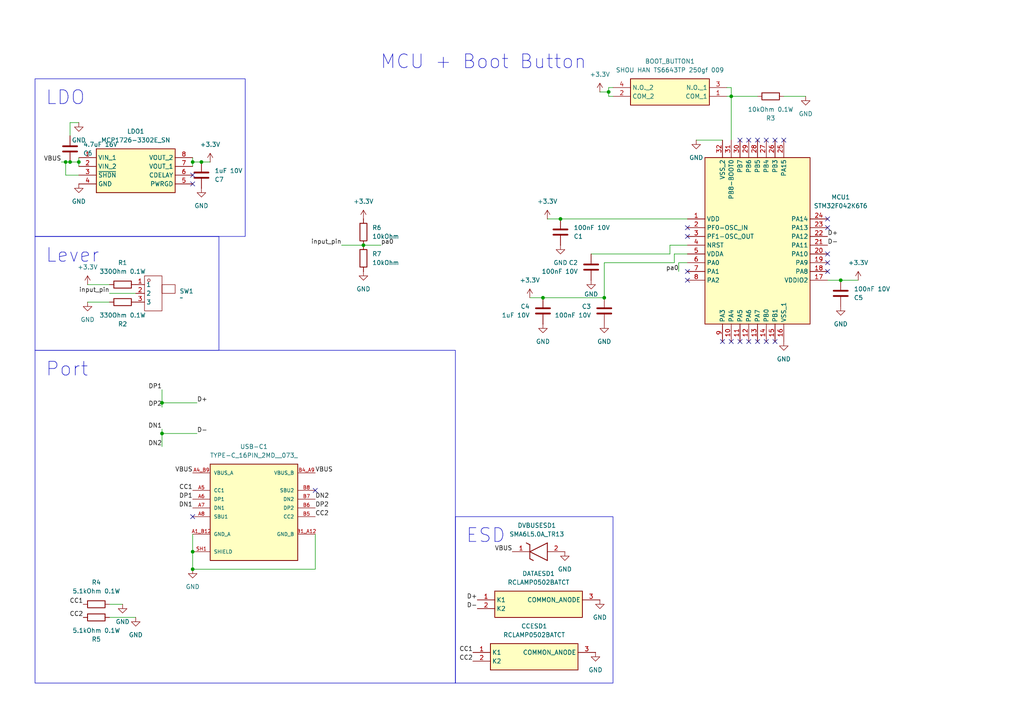
<source format=kicad_sch>
(kicad_sch (version 20231120) (generator "eeschema") (generator_version "8.0")
  (paper "A4")
  (lib_symbols
    (symbol "REQUIRED:1MS1T1B1M1QES-5"
      (property "Reference" "SW" (at 0 0 0))
      (symbol "1MS1T1B1M1QES-5_1_0"
        (rectangle (start -5.08 -2.54) (end 5.08 2.54))
        (circle (center -3.81 -1.27) (radius 0.381))
        (rectangle (start -2.54 2.54) (end 0 6.35))
        (pin input line (at -2.54 -5.08 90) (length 2.54) (name "1") (number "1"))
        (pin input line (at 0 -5.08 90) (length 2.54) (name "2") (number "2"))
        (pin input line (at 2.54 -5.08 90) (length 2.54) (name "3") (number "3"))
      )
    )
    (symbol "REQUIRED:C" (pin_numbers hide) (pin_names (offset 0.254))
      (property "Reference" "C" (at 0.635 2.54 0))
      (property "Value" "C" (at 0.635 -2.54 0))
      (symbol "C_0_1"
        (polyline (pts (xy -2.032 -0.762) (xy 2.032 -0.762)) (stroke (width 0.508)))
        (polyline (pts (xy -2.032 0.762) (xy 2.032 0.762)) (stroke (width 0.508)))
      )
      (symbol "C_1_1"
        (pin passive line (at 0 3.81 270) (length 2.794) (name "~") (number "1"))
        (pin passive line (at 0 -3.81 90) (length 2.794) (name "~") (number "2"))
      )
    )
    (symbol "REQUIRED:MCP1726-3302E_SN"
      (property "Reference" "IC" (at 29.21 7.62 0))
      (property "Value" "MCP1726-3302E_SN" (at 29.21 5.08 0))
      (symbol "MCP1726-3302E_SN_1_1"
        (rectangle (start 5.08 2.54) (end 27.94 -10.16) (stroke (width 0.254)) (fill (type background)))
        (pin passive line (at 0 0 0) (length 5.08) (name "VIN_1") (number "1"))
        (pin passive line (at 0 -2.54 0) (length 5.08) (name "VIN_2") (number "2"))
        (pin passive line (at 0 -5.08 0) (length 5.08) (name "~{SHDN}") (number "3"))
        (pin passive line (at 0 -7.62 0) (length 5.08) (name "GND") (number "4"))
        (pin passive line (at 33.02 -7.62 180) (length 5.08) (name "PWRGD") (number "5"))
        (pin passive line (at 33.02 -5.08 180) (length 5.08) (name "CDELAY") (number "6"))
        (pin passive line (at 33.02 -2.54 180) (length 5.08) (name "VOUT_1") (number "7"))
        (pin passive line (at 33.02 0 180) (length 5.08) (name "VOUT_2") (number "8"))
      )
    )
    (symbol "REQUIRED:R" (pin_numbers hide) (pin_names (offset 0))
      (property "Reference" "R" (at 2.032 0 90))
      (property "Value" "R" (at 0 0 90))
      (symbol "R_0_1"
        (rectangle (start -1.016 -2.54) (end 1.016 2.54) (stroke (width 0.254)))
      )
      (symbol "R_1_1"
        (pin passive line (at 0 3.81 270) (length 1.27) (name "~") (number "1"))
        (pin passive line (at 0 -3.81 90) (length 1.27) (name "~") (number "2"))
      )
    )
    (symbol "REQUIRED:RCLAMP0502BATCT"
      (property "Reference" "D" (at 31.75 7.62 0))
      (property "Value" "RCLAMP0502BATCT" (at 31.75 5.08 0))
      (symbol "RCLAMP0502BATCT_1_1"
        (rectangle (start 5.08 2.54) (end 30.48 -5.08) (stroke (width 0.254)) (fill (type background)))
        (pin passive line (at 0 0 0) (length 5.08) (name "K1") (number "1"))
        (pin passive line (at 0 -2.54 0) (length 5.08) (name "K2") (number "2"))
        (pin passive line (at 35.56 0 180) (length 5.08) (name "COMMON_ANODE") (number "3"))
      )
    )
    (symbol "REQUIRED:SMA6L5.0A_TR13" (pin_names hide)
      (property "Reference" "D" (at 10.16 8.89 0))
      (property "Value" "SMA6L5.0A_TR13" (at 10.16 6.35 0))
      (symbol "SMA6L5.0A_TR13_1_1"
        (polyline (pts (xy 4.064 2.54) (xy 5.08 2.032)) (stroke (width 0.254)))
        (polyline (pts (xy 5.08 -2.032) (xy 5.08 2.032)) (stroke (width 0.254)))
        (polyline (pts (xy 5.08 -2.032) (xy 6.096 -2.54)) (stroke (width 0.254)))
        (polyline (pts (xy 5.08 0) (xy 10.16 2.54)) (stroke (width 0.254)))
        (polyline (pts (xy 10.16 -2.54) (xy 5.08 0)) (stroke (width 0.254)))
        (polyline (pts (xy 10.16 -2.54) (xy 10.16 2.54)) (stroke (width 0.254)))
        (pin passive line (at 0 0 0) (length 5.08) (name "K") (number "1"))
        (pin passive line (at 15.24 0 180) (length 5.08) (name "A") (number "2"))
      )
    )
    (symbol "REQUIRED:STM32F042K6T6"
      (property "Reference" "IC" (at 36.83 22.86 0))
      (property "Value" "STM32F042K6T6" (at 36.83 20.32 0))
      (symbol "STM32F042K6T6_1_1"
        (rectangle (start 5.08 17.78) (end 35.56 -30.48) (stroke (width 0.254)) (fill (type background)))
        (pin passive line (at 0 0 0) (length 5.08) (name "VDD") (number "1"))
        (pin passive line (at 12.7 -35.56 90) (length 5.08) (name "PA4") (number "10"))
        (pin passive line (at 15.24 -35.56 90) (length 5.08) (name "PA5") (number "11"))
        (pin passive line (at 17.78 -35.56 90) (length 5.08) (name "PA6") (number "12"))
        (pin passive line (at 20.32 -35.56 90) (length 5.08) (name "PA7") (number "13"))
        (pin passive line (at 22.86 -35.56 90) (length 5.08) (name "PB0") (number "14"))
        (pin passive line (at 25.4 -35.56 90) (length 5.08) (name "PB1") (number "15"))
        (pin passive line (at 27.94 -35.56 90) (length 5.08) (name "VSS_1") (number "16"))
        (pin passive line (at 40.64 -17.78 180) (length 5.08) (name "VDDIO2") (number "17"))
        (pin passive line (at 40.64 -15.24 180) (length 5.08) (name "PA8") (number "18"))
        (pin passive line (at 40.64 -12.7 180) (length 5.08) (name "PA9") (number "19"))
        (pin passive line (at 0 -2.54 0) (length 5.08) (name "PF0-OSC_IN") (number "2"))
        (pin passive line (at 40.64 -10.16 180) (length 5.08) (name "PA10") (number "20"))
        (pin passive line (at 40.64 -7.62 180) (length 5.08) (name "PA11") (number "21"))
        (pin passive line (at 40.64 -5.08 180) (length 5.08) (name "PA12") (number "22"))
        (pin passive line (at 40.64 -2.54 180) (length 5.08) (name "PA13") (number "23"))
        (pin passive line (at 40.64 0 180) (length 5.08) (name "PA14") (number "24"))
        (pin passive line (at 27.94 22.86 270) (length 5.08) (name "PA15") (number "25"))
        (pin passive line (at 25.4 22.86 270) (length 5.08) (name "PB3") (number "26"))
        (pin passive line (at 22.86 22.86 270) (length 5.08) (name "PB4") (number "27"))
        (pin passive line (at 20.32 22.86 270) (length 5.08) (name "PB5") (number "28"))
        (pin passive line (at 17.78 22.86 270) (length 5.08) (name "PB6") (number "29"))
        (pin passive line (at 0 -5.08 0) (length 5.08) (name "PF1-OSC_OUT") (number "3"))
        (pin passive line (at 15.24 22.86 270) (length 5.08) (name "PB7") (number "30"))
        (pin passive line (at 12.7 22.86 270) (length 5.08) (name "PB8-BOOT0") (number "31"))
        (pin passive line (at 10.16 22.86 270) (length 5.08) (name "VSS_2") (number "32"))
        (pin passive line (at 0 -7.62 0) (length 5.08) (name "NRST") (number "4"))
        (pin passive line (at 0 -10.16 0) (length 5.08) (name "VDDA") (number "5"))
        (pin passive line (at 0 -12.7 0) (length 5.08) (name "PA0") (number "6"))
        (pin passive line (at 0 -15.24 0) (length 5.08) (name "PA1") (number "7"))
        (pin passive line (at 0 -17.78 0) (length 5.08) (name "PA2") (number "8"))
        (pin passive line (at 10.16 -35.56 90) (length 5.08) (name "PA3") (number "9"))
      )
    )
    (symbol "REQUIRED:TS40-66-43-BK-160-SMT-TR"
      (property "Reference" "S" (at 29.21 7.62 0))
      (property "Value" "TS40-66-43-BK-160-SMT-TR" (at 29.21 5.08 0))
      (symbol "TS40-66-43-BK-160-SMT-TR_1_1"
        (rectangle (start 5.08 2.54) (end 27.94 -5.08) (stroke (width 0.254)) (fill (type background)))
        (pin passive line (at 0 0 0) (length 5.08) (name "COM_1") (number "1"))
        (pin passive line (at 33.02 0 180) (length 5.08) (name "COM_2") (number "2"))
        (pin passive line (at 0 -2.54 0) (length 5.08) (name "N.O._1") (number "3"))
        (pin passive line (at 33.02 -2.54 180) (length 5.08) (name "N.O._2") (number "4"))
      )
    )
    (symbol "REQUIRED:TYPE-C_16PIN_2MD__073_" (pin_names (offset 1.016))
      (property "Reference" "J" (at -12.7 13.462 0))
      (property "Value" "TYPE-C_16PIN_2MD__073_" (at -12.7 -16.002 0))
      (symbol "TYPE-C_16PIN_2MD__073__0_0"
        (rectangle (start -12.7 -15.24) (end 12.7 12.7) (stroke (width 0.254)) (fill (type background)))
        (pin power_in line (at -17.78 -7.62 0) (length 5.08) (name "GND_A") (number "A1_B12"))
        (pin power_in line (at -17.78 10.16 0) (length 5.08) (name "VBUS_A") (number "A4_B9"))
        (pin bidirectional line (at -17.78 5.08 0) (length 5.08) (name "CC1") (number "A5"))
        (pin bidirectional line (at -17.78 2.54 0) (length 5.08) (name "DP1") (number "A6"))
        (pin bidirectional line (at -17.78 0 0) (length 5.08) (name "DN1") (number "A7"))
        (pin bidirectional line (at -17.78 -2.54 0) (length 5.08) (name "SBU1") (number "A8"))
        (pin power_in line (at 17.78 -7.62 180) (length 5.08) (name "GND_B") (number "B1_A12"))
        (pin power_in line (at 17.78 10.16 180) (length 5.08) (name "VBUS_B") (number "B4_A9"))
        (pin bidirectional line (at 17.78 -2.54 180) (length 5.08) (name "CC2") (number "B5"))
        (pin bidirectional line (at 17.78 0 180) (length 5.08) (name "DP2") (number "B6"))
        (pin bidirectional line (at 17.78 2.54 180) (length 5.08) (name "DN2") (number "B7"))
        (pin bidirectional line (at 17.78 5.08 180) (length 5.08) (name "SBU2") (number "B8"))
        (pin passive line (at -17.78 -12.7 0) (length 5.08) (name "SHIELD") (number "SH1"))
        (pin passive line (at -17.78 -12.7 0) (length 5.08) hide (name "SHIELD") (number "SH2"))
        (pin passive line (at -17.78 -12.7 0) (length 5.08) hide (name "SHIELD") (number "SH3"))
        (pin passive line (at -17.78 -12.7 0) (length 5.08) hide (name "SHIELD") (number "SH4"))
      )
    )
    (symbol "power:+3.3V" (power) (pin_numbers hide) (pin_names (offset 0) hide)
      (property "Value" "+3.3V" (at 0 3.556 0))
      (symbol "+3.3V_0_1"
        (polyline (pts (xy -0.762 1.27) (xy 0 2.54)))
        (polyline (pts (xy 0 0) (xy 0 2.54)))
        (polyline (pts (xy 0 2.54) (xy 0.762 1.27)))
      )
      (symbol "+3.3V_1_1"
        (pin power_in line (at 0 0 90) (length 0) (name "~") (number "1"))
      )
    )
    (symbol "power:GND" (power) (pin_numbers hide) (pin_names (offset 0) hide)
      (property "Value" "GND" (at 0 -3.81 0))
      (symbol "GND_0_1"
        (polyline (pts (xy 0 0) (xy 0 -1.27) (xy 1.27 -1.27) (xy 0 -2.54) (xy -1.27 -1.27) (xy 0 -1.27)))
      )
      (symbol "GND_1_1"
        (pin power_in line (at 0 0 270) (length 0) (name "~") (number "1"))
      )
    )
  )
  (junction (at 55.88 46.99))
  (junction (at 55.88 165.1))
  (junction (at 162.56 63.5))
  (junction (at 55.88 160.02))
  (junction (at 212.09 27.94))
  (junction (at 22.86 46.99))
  (junction (at 46.99 116.84))
  (junction (at 175.26 86.36))
  (junction (at 20.32 46.99))
  (junction (at 157.48 86.36))
  (junction (at 58.42 46.99))
  (junction (at 46.99 125.73))
  (junction (at 176.53 26.67))
  (junction (at 19.05 46.99))
  (junction (at 105.41 71.12))
  (junction (at 243.84 81.28))
  (no_connect (at 199.39 66.04))
  (no_connect (at 199.39 68.58))
  (no_connect (at 199.39 81.28))
  (no_connect (at 224.79 40.64))
  (no_connect (at 214.63 99.06))
  (no_connect (at 219.71 40.64))
  (no_connect (at 91.44 142.24))
  (no_connect (at 240.03 73.66))
  (no_connect (at 224.79 99.06))
  (no_connect (at 55.88 53.34))
  (no_connect (at 217.17 99.06))
  (no_connect (at 217.17 40.64))
  (no_connect (at 240.03 76.2))
  (no_connect (at 222.25 40.64))
  (no_connect (at 214.63 40.64))
  (no_connect (at 55.88 50.8))
  (no_connect (at 209.55 99.06))
  (no_connect (at 219.71 99.06))
  (no_connect (at 227.33 40.64))
  (no_connect (at 199.39 78.74))
  (no_connect (at 212.09 99.06))
  (no_connect (at 55.88 149.86))
  (no_connect (at 222.25 99.06))
  (no_connect (at 240.03 78.74))
  (no_connect (at 240.03 63.5))
  (no_connect (at 240.03 66.04))
  (wire (pts (xy 46.99 113.03) (xy 46.99 116.84)))
  (wire (pts (xy 58.42 46.99) (xy 60.96 46.99)))
  (wire (pts (xy 212.09 27.94) (xy 212.09 25.4)))
  (wire (pts (xy 212.09 25.4) (xy 210.82 25.4)))
  (wire (pts (xy 22.86 45.72) (xy 22.86 46.99)))
  (wire (pts (xy 55.88 165.1) (xy 55.88 160.02)))
  (wire (pts (xy 162.56 63.5) (xy 199.39 63.5)))
  (wire (pts (xy 31.75 179.07) (xy 39.37 179.07)))
  (wire (pts (xy 210.82 27.94) (xy 212.09 27.94)))
  (wire (pts (xy 212.09 40.64) (xy 212.09 27.94)))
  (wire (pts (xy 46.99 125.73) (xy 46.99 129.54)))
  (wire (pts (xy 19.05 46.99) (xy 20.32 46.99)))
  (wire (pts (xy 177.8 27.94) (xy 176.53 27.94)))
  (wire (pts (xy 17.78 46.99) (xy 19.05 46.99)))
  (wire (pts (xy 212.09 27.94) (xy 219.71 27.94)))
  (wire (pts (xy 25.4 82.55) (xy 31.75 82.55)))
  (wire (pts (xy 46.99 116.84) (xy 57.15 116.84)))
  (wire (pts (xy 55.88 46.99) (xy 55.88 48.26)))
  (wire (pts (xy 176.53 25.4) (xy 176.53 26.67)))
  (wire (pts (xy 31.75 85.09) (xy 39.37 85.09)))
  (wire (pts (xy 19.05 50.8) (xy 19.05 46.99)))
  (wire (pts (xy 171.45 73.66) (xy 194.31 73.66)))
  (wire (pts (xy 195.58 73.66) (xy 195.58 76.2)))
  (wire (pts (xy 55.88 154.94) (xy 55.88 160.02)))
  (wire (pts (xy 196.85 76.2) (xy 196.85 78.74)))
  (wire (pts (xy 55.88 45.72) (xy 55.88 46.99)))
  (wire (pts (xy 46.99 116.84) (xy 46.99 118.11)))
  (wire (pts (xy 20.32 35.56) (xy 22.86 35.56)))
  (wire (pts (xy 91.44 154.94) (xy 91.44 165.1)))
  (wire (pts (xy 46.99 124.46) (xy 46.99 125.73)))
  (wire (pts (xy 209.55 40.64) (xy 201.93 40.64)))
  (wire (pts (xy 195.58 76.2) (xy 175.26 76.2)))
  (wire (pts (xy 25.4 87.63) (xy 31.75 87.63)))
  (wire (pts (xy 173.99 26.67) (xy 176.53 26.67)))
  (wire (pts (xy 105.41 71.12) (xy 110.49 71.12)))
  (wire (pts (xy 20.32 39.37) (xy 20.32 35.56)))
  (wire (pts (xy 99.06 71.12) (xy 105.41 71.12)))
  (wire (pts (xy 199.39 76.2) (xy 196.85 76.2)))
  (wire (pts (xy 55.88 46.99) (xy 58.42 46.99)))
  (wire (pts (xy 177.8 25.4) (xy 176.53 25.4)))
  (wire (pts (xy 176.53 26.67) (xy 176.53 27.94)))
  (wire (pts (xy 35.56 175.26) (xy 31.75 175.26)))
  (wire (pts (xy 194.31 73.66) (xy 194.31 71.12)))
  (wire (pts (xy 46.99 125.73) (xy 57.15 125.73)))
  (wire (pts (xy 175.26 76.2) (xy 175.26 86.36)))
  (wire (pts (xy 240.03 81.28) (xy 243.84 81.28)))
  (wire (pts (xy 153.67 86.36) (xy 157.48 86.36)))
  (wire (pts (xy 22.86 46.99) (xy 22.86 48.26)))
  (wire (pts (xy 91.44 165.1) (xy 55.88 165.1)))
  (wire (pts (xy 158.75 63.5) (xy 162.56 63.5)))
  (wire (pts (xy 20.32 46.99) (xy 22.86 46.99)))
  (wire (pts (xy 194.31 71.12) (xy 199.39 71.12)))
  (wire (pts (xy 157.48 86.36) (xy 175.26 86.36)))
  (wire (pts (xy 243.84 81.28) (xy 248.92 81.28)))
  (wire (pts (xy 199.39 73.66) (xy 195.58 73.66)))
  (wire (pts (xy 227.33 27.94) (xy 233.68 27.94)))
  (wire (pts (xy 19.05 50.8) (xy 22.86 50.8)))
  (text_box "Port" (at 10.16 101.6 0) (size 121.92 96.52) (effects (font (size 4 4)) (justify left top)))
  (text_box "ESD" (at 132.08 149.86 0) (size 45.72 48.26) (effects (font (size 4 4)) (justify left top)))
  (text_box "LDO\n" (at 10.16 22.86 0) (size 60.96 45.72) (effects (font (size 4 4)) (justify left top)))
  (text_box "Lever" (at 10.16 68.58 0) (size 53.34 33.02) (effects (font (size 4 4)) (justify left top)))
  (text "MCU + Boot Button" (at 140.208 18.034 0) (effects (font (size 4 4))))
  (label "CC1" (at 24.13 175.26 180))
  (label "input_pin" (at 31.75 85.09 180))
  (label "DP1" (at 55.88 144.78 180))
  (label "pa0" (at 196.85 78.74 180))
  (label "VBUS" (at 91.44 137.16 0))
  (label "CC2" (at 24.13 179.07 180))
  (label "CC2" (at 137.16 191.77 180))
  (label "D-" (at 138.43 176.53 180))
  (label "VBUS" (at 148.59 160.02 180))
  (label "D-" (at 57.15 125.73 0))
  (label "DN1" (at 46.99 124.46 180))
  (label "D+" (at 240.03 68.58 0))
  (label "DP1" (at 46.99 113.03 180))
  (label "CC2" (at 91.44 149.86 0))
  (label "D+" (at 57.15 116.84 0))
  (label "DP2" (at 91.44 147.32 0))
  (label "DN2" (at 91.44 144.78 0))
  (label "D-" (at 240.03 71.12 0))
  (label "CC1" (at 137.16 189.23 180))
  (label "DN1" (at 55.88 147.32 180))
  (label "pa0" (at 110.49 71.12 0))
  (label "VBUS" (at 55.88 137.16 180))
  (label "VBUS" (at 17.78 46.99 180))
  (label "D+" (at 138.43 173.99 180))
  (label "input_pin" (at 99.06 71.12 180))
  (label "DP2" (at 46.99 118.11 180))
  (label "DN2" (at 46.99 129.54 180))
  (label "CC1" (at 55.88 142.24 180))
  (symbol (lib_id "power:+3.3V") (at 173.99 26.67 0) (unit 1)
    (property "Reference" "#PWR13" (effects (hide yes)))
    (property "Value" "+3.3V" (at 173.99 21.59 0))
    (property "Description" "Power symbol creates a global label with name \"+3.3V\"" (effects (hide yes)))
  )
  (symbol (lib_id "power:GND") (at 25.4 87.63 0) (unit 1)
    (property "Reference" "#PWR2" (effects (hide yes)))
    (property "Value" "GND" (at 25.4 92.71 0))
    (property "Description" "Power symbol creates a global label with name \"GND\" , ground" (effects (hide yes)))
  )
  (symbol (lib_id "power:GND") (at 233.68 27.94 0) (unit 1)
    (property "Reference" "#PWR12" (effects (hide yes)))
    (property "Value" "GND" (at 233.68 33.02 0))
    (property "Description" "Power symbol creates a global label with name \"GND\" , ground" (effects (hide yes)))
  )
  (symbol (lib_id "REQUIRED:TS40-66-43-BK-160-SMT-TR") (at 210.82 27.94 180) (unit 1)
    (property "Reference" "BOOT_BUTTON1" (at 194.31 17.78 0))
    (property "Value" "SHOU HAN TS6643TP 250gf 009" (at 194.31 20.32 0))
    (property "Footprint" "SamacSys_Parts:TS406643BK160SMTTR" (effects (hide yes)))
    (property "Datasheet" "https://www.sameskydevices.com/product/resource/ts40.pdf" (effects (hide yes)))
    (property "Description" "6 x 6 mm, 4.3 mm Actuator Height Off PCB, 160 gf, Black, Surface Mount, SPST, Tactile Switch , 0.05A @ 12VDC , -20C ~ 70C" (effects (hide yes)))
    (property "Height" "4.4" (effects (hide yes)))
    (property "Manufacturer_Name" "Same Sky" (effects (hide yes)))
    (property "Manufacturer_Part_Number" "TS40-66-43-BK-160-SMT-TR" (effects (hide yes)))
  )
  (symbol (lib_id "REQUIRED:RCLAMP0502BATCT") (at 137.16 189.23 0) (unit 1)
    (property "Reference" "CCESD1" (at 154.94 181.61 0))
    (property "Value" "RCLAMP0502BATCT" (at 154.94 184.15 0))
    (property "Footprint" "SamacSys_Parts:SOT50P160X90-3N" (effects (hide yes)))
    (property "Datasheet" "https://rs.componentsearchengine.com/Datasheets/1/RCLAMP0502BATCT.pdf" (effects (hide yes)))
    (property "Description" "ESD Suppressors / TVS Diodes Low Capacitance ESD & CDE Protection" (effects (hide yes)))
    (property "Height" "0.9" (effects (hide yes)))
    (property "Manufacturer_Name" "SEMTECH" (effects (hide yes)))
    (property "Manufacturer_Part_Number" "RCLAMP0502BATCT" (effects (hide yes)))
    (property "Mouser Part Number" "947-RCLAMP0502BATCT" (effects (hide yes)))
    (property "Mouser Price/Stock" "https://www.mouser.co.uk/ProductDetail/Semtech/RCLAMP0502BATCT?qs=rBWM4%252BvDhIc%2FZh6P%252BVApRQ%3D%3D" (effects (hide yes)))
    (property "Arrow Part Number" "RCLAMP0502BATCT" (effects (hide yes)))
    (property "Arrow Price/Stock" "https://www.arrow.com/en/products/rclamp0502batct/semtech?utm_currency=USD&region=nac" (effects (hide yes)))
  )
  (symbol (lib_id "REQUIRED:R") (at 35.56 82.55 90) (unit 1)
    (property "Reference" "R1" (at 35.56 76.2 90))
    (property "Value" "330Ohm 0.1W" (at 35.56 78.74 90))
    (property "Footprint" "Resistor_SMD:R_0603_1608Metric_Pad0.98x0.95mm_HandSolder" (effects (hide yes)))
    (property "Description" "Resistor" (effects (hide yes)))
  )
  (symbol (lib_id "power:+3.3V") (at 153.67 86.36 0) (unit 1)
    (property "Reference" "#PWR8" (effects (hide yes)))
    (property "Value" "+3.3V" (at 153.67 81.28 0))
    (property "Description" "Power symbol creates a global label with name \"+3.3V\"" (effects (hide yes)))
  )
  (symbol (lib_id "REQUIRED:R") (at 223.52 27.94 90) (mirror x) (unit 1)
    (property "Reference" "R3" (at 223.52 34.29 90))
    (property "Value" "10kOhm 0.1W" (at 223.52 31.75 90))
    (property "Footprint" "Resistor_SMD:R_0603_1608Metric_Pad0.98x0.95mm_HandSolder" (effects (hide yes)))
    (property "Description" "Resistor" (effects (hide yes)))
  )
  (symbol (lib_id "REQUIRED:STM32F042K6T6") (at 199.39 63.5 0) (unit 1)
    (property "Reference" "MCU1" (at 243.84 57.1814 0))
    (property "Value" "STM32F042K6T6" (at 243.84 59.7214 0))
    (property "Footprint" "SamacSys_Parts:QFP80P900X900X160-32N" (effects (hide yes)))
    (property "Datasheet" "https://www.st.com/resource/en/datasheet/stm32f042c4.pdf" (effects (hide yes)))
    (property "Description" "32-Bit MCU 32K Flash 48MHz USB LQFP32 STMicroelectronics STM32F042K6T6, 32bit ARM Cortex M0 Microcontroller, 48MHz, 32 kB Flash, 32-Pin LQFP" (effects (hide yes)))
    (property "Height" "1.6" (effects (hide yes)))
    (property "Manufacturer_Name" "STMicroelectronics" (effects (hide yes)))
    (property "Manufacturer_Part_Number" "STM32F042K6T6" (effects (hide yes)))
    (property "Mouser Part Number" "511-STM32F042K6T6" (effects (hide yes)))
    (property "Mouser Price/Stock" "https://www.mouser.co.uk/ProductDetail/STMicroelectronics/STM32F042K6T6?qs=4b8myOmUP%252BsYBBEp2ZwbyQ%3D%3D" (effects (hide yes)))
    (property "Arrow Part Number" "STM32F042K6T6" (effects (hide yes)))
    (property "Arrow Price/Stock" "https://www.arrow.com/en/products/stm32f042k6t6/stmicroelectronics?utm_currency=USD&region=nac" (effects (hide yes)))
  )
  (symbol (lib_id "power:GND") (at 157.48 93.98 0) (mirror y) (unit 1)
    (property "Reference" "#PWR7" (effects (hide yes)))
    (property "Value" "GND" (at 157.48 99.06 0))
    (property "Description" "Power symbol creates a global label with name \"GND\" , ground" (effects (hide yes)))
  )
  (symbol (lib_id "REQUIRED:C") (at 243.84 85.09 180) (unit 1)
    (property "Reference" "C5" (at 247.65 86.3601 0) (effects (justify right)))
    (property "Value" "100nF 10V" (at 247.65 83.8201 0) (effects (justify right)))
    (property "Footprint" "Capacitor_SMD:C_0603_1608Metric_Pad1.08x0.95mm_HandSolder" (effects (hide yes)))
    (property "Description" "Unpolarized capacitor" (effects (hide yes)))
  )
  (symbol (lib_id "REQUIRED:R") (at 27.94 179.07 90) (mirror x) (unit 1)
    (property "Reference" "R5" (at 27.94 185.42 90))
    (property "Value" "5.1kOhm 0.1W" (at 27.94 182.88 90))
    (property "Footprint" "Resistor_SMD:R_0603_1608Metric_Pad0.98x0.95mm_HandSolder" (effects (hide yes)))
    (property "Description" "Resistor" (effects (hide yes)))
  )
  (symbol (lib_id "power:GND") (at 55.88 165.1 0) (unit 1)
    (property "Reference" "#PWR15" (effects (hide yes)))
    (property "Value" "GND" (at 55.88 170.18 0))
    (property "Description" "Power symbol creates a global label with name \"GND\" , ground" (effects (hide yes)))
  )
  (symbol (lib_id "power:GND") (at 105.41 78.74 0) (unit 1)
    (property "Reference" "#PWR24" (effects (hide yes)))
    (property "Value" "GND" (at 105.41 83.82 0))
    (property "Description" "Power symbol creates a global label with name \"GND\" , ground" (effects (hide yes)))
  )
  (symbol (lib_id "power:GND") (at 163.83 160.02 0) (unit 1)
    (property "Reference" "#PWR16" (effects (hide yes)))
    (property "Value" "GND" (at 163.83 165.1 0))
    (property "Description" "Power symbol creates a global label with name \"GND\" , ground" (effects (hide yes)))
  )
  (symbol (lib_id "REQUIRED:TYPE-C_16PIN_2MD__073_") (at 73.66 147.32 0) (unit 1)
    (property "Reference" "USB-C1" (at 73.66 129.54 0))
    (property "Value" "TYPE-C_16PIN_2MD__073_" (at 73.66 132.08 0))
    (property "Footprint" "TYPE-C_16PIN_2MD__073_:SHOUHAN_TYPE-C_16PIN_2MD__073_" (effects (hide yes)))
    (property "MF" "Shouhan" (effects (hide yes)))
    (property "MAXIMUM_PACKAGE_HEIGHT" "3.16mm" (effects (hide yes)))
    (property "CREATOR" "AMINA" (effects (hide yes)))
    (property "Price" "None" (effects (hide yes)))
    (property "Package" "Package" (effects (hide yes)))
    (property "Check_prices" "https://www.snapeda.com/parts/TYPE-C%2016PIN%202MD%20(073)/Shouhan/view-part/?ref=eda" (effects (hide yes)))
    (property "STANDARD" "Manufacturer Recommendations" (effects (hide yes)))
    (property "PARTREV" "A" (effects (hide yes)))
    (property "VERIFIER" "Your name, use the same always" (effects (hide yes)))
    (property "SnapEDA_Link" "https://www.snapeda.com/parts/TYPE-C%2016PIN%202MD%20(073)/Shouhan/view-part/?ref=snap" (effects (hide yes)))
    (property "MP" "TYPE-C 16PIN 2MD (073)" (effects (hide yes)))
    (property "Description_1" "\n                        \n                            DC-5V 5A Type C USB\n                        \n" (effects (hide yes)))
    (property "Availability" "Not in stock" (effects (hide yes)))
    (property "MANUFACTURER" "Shouhan" (effects (hide yes)))
  )
  (symbol (lib_id "power:GND") (at 227.33 99.06 0) (unit 1)
    (property "Reference" "#PWR9" (effects (hide yes)))
    (property "Value" "GND" (at 227.33 104.14 0))
    (property "Description" "Power symbol creates a global label with name \"GND\" , ground" (effects (hide yes)))
  )
  (symbol (lib_id "REQUIRED:C") (at 157.48 90.17 0) (unit 1)
    (property "Reference" "C4" (at 153.67 88.8999 0) (effects (justify right)))
    (property "Value" "1uF 10V" (at 153.67 91.4399 0) (effects (justify right)))
    (property "Footprint" "Capacitor_SMD:C_0603_1608Metric_Pad1.08x0.95mm_HandSolder" (effects (hide yes)))
    (property "Description" "Unpolarized capacitor" (effects (hide yes)))
  )
  (symbol (lib_id "power:GND") (at 58.42 54.61 0) (unit 1)
    (property "Reference" "#PWR26" (effects (hide yes)))
    (property "Value" "GND" (at 58.42 59.69 0))
    (property "Description" "Power symbol creates a global label with name \"GND\" , ground" (effects (hide yes)))
  )
  (symbol (lib_id "power:GND") (at 22.86 35.56 0) (unit 1)
    (property "Reference" "#PWR20" (effects (hide yes)))
    (property "Value" "GND" (at 22.86 40.64 0))
    (property "Description" "Power symbol creates a global label with name \"GND\" , ground" (effects (hide yes)))
  )
  (symbol (lib_id "power:GND") (at 22.86 53.34 0) (unit 1)
    (property "Reference" "#PWR19" (effects (hide yes)))
    (property "Value" "GND" (at 22.86 58.42 0))
    (property "Description" "Power symbol creates a global label with name \"GND\" , ground" (effects (hide yes)))
  )
  (symbol (lib_id "REQUIRED:C") (at 175.26 90.17 0) (unit 1)
    (property "Reference" "C3" (at 171.45 88.8999 0) (effects (justify right)))
    (property "Value" "100nF 10V" (at 171.45 91.4399 0) (effects (justify right)))
    (property "Footprint" "Capacitor_SMD:C_0603_1608Metric_Pad1.08x0.95mm_HandSolder" (effects (hide yes)))
    (property "Description" "Unpolarized capacitor" (effects (hide yes)))
  )
  (symbol (lib_id "REQUIRED:C") (at 58.42 50.8 180) (unit 1)
    (property "Reference" "C7" (at 62.23 52.0701 0) (effects (justify right)))
    (property "Value" "1uF 10V" (at 62.23 49.5301 0) (effects (justify right)))
    (property "Footprint" "Capacitor_SMD:C_0603_1608Metric_Pad1.08x0.95mm_HandSolder" (effects (hide yes)))
    (property "Description" "Unpolarized capacitor" (effects (hide yes)))
  )
  (symbol (lib_id "REQUIRED:SMA6L5.0A_TR13") (at 148.59 160.02 0) (unit 1)
    (property "Reference" "DVBUSESD1" (at 155.702 152.4 0))
    (property "Value" "SMA6L5.0A_TR13" (at 155.702 154.94 0))
    (property "Footprint" "SamacSys_Parts:SODFL4626X140N" (effects (hide yes)))
    (property "Datasheet" "https://www.yageogroup.com/content/Resource%20Library/Datasheet/SMA6L.pdf" (effects (hide yes)))
    (property "Description" "9.2V Clamp 65.3A Ipp Tvs Diode Surface Mount SMAF" (effects (hide yes)))
    (property "Height" "1.4" (effects (hide yes)))
    (property "Manufacturer_Name" "YAGEO" (effects (hide yes)))
    (property "Manufacturer_Part_Number" "SMA6L5.0A/TR13" (effects (hide yes)))
  )
  (symbol (lib_id "REQUIRED:C") (at 171.45 77.47 0) (unit 1)
    (property "Reference" "C2" (at 167.64 76.1999 0) (effects (justify right)))
    (property "Value" "100nF 10V" (at 167.64 78.7399 0) (effects (justify right)))
    (property "Footprint" "Capacitor_SMD:C_0603_1608Metric_Pad1.08x0.95mm_HandSolder" (effects (hide yes)))
    (property "Description" "Unpolarized capacitor" (effects (hide yes)))
  )
  (symbol (lib_id "power:GND") (at 175.26 93.98 0) (unit 1)
    (property "Reference" "#PWR6" (effects (hide yes)))
    (property "Value" "GND" (at 175.26 99.06 0))
    (property "Description" "Power symbol creates a global label with name \"GND\" , ground" (effects (hide yes)))
  )
  (symbol (lib_id "power:+3.3V") (at 158.75 63.5 0) (unit 1)
    (property "Reference" "#PWR4" (effects (hide yes)))
    (property "Value" "+3.3V" (at 158.75 58.42 0))
    (property "Description" "Power symbol creates a global label with name \"+3.3V\"" (effects (hide yes)))
  )
  (symbol (lib_id "power:+3.3V") (at 105.41 63.5 0) (unit 1)
    (property "Reference" "#PWR25" (effects (hide yes)))
    (property "Value" "+3.3V" (at 105.41 58.42 0))
    (property "Description" "Power symbol creates a global label with name \"+3.3V\"" (effects (hide yes)))
  )
  (symbol (lib_id "REQUIRED:MCP1726-3302E_SN") (at 22.86 45.72 0) (unit 1)
    (property "Reference" "LDO1" (at 39.37 38.1 0))
    (property "Value" "MCP1726-3302E_SN" (at 39.37 40.64 0))
    (property "Footprint" "SamacSys_Parts:SOIC127P600X175-8N" (effects (hide yes)))
    (property "Datasheet" "https://datasheet.datasheetarchive.com/originals/distributors/Datasheets-19/DSA-360805.pdf" (effects (hide yes)))
    (property "Description" "1A LDO Regulator 3.3V 2% SO8" (effects (hide yes)))
    (property "Height" "1.75" (effects (hide yes)))
    (property "Manufacturer_Name" "Microchip" (effects (hide yes)))
    (property "Manufacturer_Part_Number" "MCP1726-3302E/SN" (effects (hide yes)))
    (property "Mouser Part Number" "579-MCP1726-3302E/SN" (effects (hide yes)))
    (property "Mouser Price/Stock" "https://www.mouser.co.uk/ProductDetail/Microchip-Technology-Atmel/MCP1726-3302E-SN?qs=C%252BuF95oynll%2FmAMIkhmYuQ%3D%3D" (effects (hide yes)))
    (property "Arrow Part Number" "MCP1726-3302E/SN" (effects (hide yes)))
    (property "Arrow Price/Stock" "https://www.arrow.com/en/products/mcp1726-3302esn/microchip-technology?region=europe" (effects (hide yes)))
  )
  (symbol (lib_id "power:GND") (at 172.72 189.23 0) (unit 1)
    (property "Reference" "#PWR18" (effects (hide yes)))
    (property "Value" "GND" (at 172.72 194.31 0))
    (property "Description" "Power symbol creates a global label with name \"GND\" , ground" (effects (hide yes)))
  )
  (symbol (lib_id "REQUIRED:C") (at 162.56 67.31 180) (unit 1)
    (property "Reference" "C1" (at 166.37 68.5801 0) (effects (justify right)))
    (property "Value" "100nF 10V" (at 166.37 66.0401 0) (effects (justify right)))
    (property "Footprint" "Capacitor_SMD:C_0603_1608Metric_Pad1.08x0.95mm_HandSolder" (effects (hide yes)))
    (property "Description" "Unpolarized capacitor" (effects (hide yes)))
  )
  (symbol (lib_id "power:GND") (at 173.99 173.99 0) (unit 1)
    (property "Reference" "#PWR17" (effects (hide yes)))
    (property "Value" "GND" (at 173.99 179.07 0))
    (property "Description" "Power symbol creates a global label with name \"GND\" , ground" (effects (hide yes)))
  )
  (symbol (lib_id "power:GND") (at 201.93 40.64 0) (unit 1)
    (property "Reference" "#PWR14" (effects (hide yes)))
    (property "Value" "GND" (at 201.93 45.72 0))
    (property "Description" "Power symbol creates a global label with name \"GND\" , ground" (effects (hide yes)))
  )
  (symbol (lib_id "REQUIRED:1MS1T1B1M1QES-5") (at 44.45 85.09 270) (unit 1)
    (property "Reference" "SW1" (at 52.07 84.4549 90) (effects (justify left)))
    (property "Value" "~" (at 52.07 86.36 90) (effects (justify left)))
    (property "Footprint" "REQUIRED:SW-TH_1MS1T1B1M1QES-5" (effects (hide yes)))
  )
  (symbol (lib_id "power:+3.3V") (at 60.96 46.99 0) (unit 1)
    (property "Reference" "#PWR21" (effects (hide yes)))
    (property "Value" "+3.3V" (at 60.96 41.91 0))
    (property "Description" "Power symbol creates a global label with name \"+3.3V\"" (effects (hide yes)))
  )
  (symbol (lib_id "power:GND") (at 171.45 81.28 0) (unit 1)
    (property "Reference" "#PWR5" (effects (hide yes)))
    (property "Value" "GND" (at 171.45 85.344 0))
    (property "Description" "Power symbol creates a global label with name \"GND\" , ground" (effects (hide yes)))
  )
  (symbol (lib_id "REQUIRED:R") (at 105.41 67.31 0) (unit 1)
    (property "Reference" "R6" (at 107.95 66.0399 0) (effects (justify left)))
    (property "Value" "10kOhm" (at 107.95 68.5799 0) (effects (justify left)))
    (property "Footprint" "Resistor_SMD:R_0603_1608Metric_Pad0.98x0.95mm_HandSolder" (effects (hide yes)))
    (property "Description" "Resistor" (effects (hide yes)))
  )
  (symbol (lib_id "REQUIRED:C") (at 20.32 43.18 180) (unit 1)
    (property "Reference" "C6" (at 24.13 44.4501 0) (effects (justify right)))
    (property "Value" "4.7uF 16V" (at 24.13 41.9101 0) (effects (justify right)))
    (property "Footprint" "Capacitor_SMD:C_0603_1608Metric_Pad1.08x0.95mm_HandSolder" (effects (hide yes)))
    (property "Description" "Unpolarized capacitor" (effects (hide yes)))
  )
  (symbol (lib_id "REQUIRED:R") (at 35.56 87.63 90) (mirror x) (unit 1)
    (property "Reference" "R2" (at 35.56 93.98 90))
    (property "Value" "330Ohm 0.1W" (at 35.56 91.44 90))
    (property "Footprint" "Resistor_SMD:R_0603_1608Metric_Pad0.98x0.95mm_HandSolder" (effects (hide yes)))
    (property "Description" "Resistor" (effects (hide yes)))
  )
  (symbol (lib_id "power:GND") (at 39.37 179.07 0) (unit 1)
    (property "Reference" "#PWR23" (effects (hide yes)))
    (property "Value" "GND" (at 39.37 184.15 0))
    (property "Description" "Power symbol creates a global label with name \"GND\" , ground" (effects (hide yes)))
  )
  (symbol (lib_id "REQUIRED:R") (at 27.94 175.26 90) (unit 1)
    (property "Reference" "R4" (at 27.94 168.91 90))
    (property "Value" "5.1kOhm 0.1W" (at 27.94 171.45 90))
    (property "Footprint" "Resistor_SMD:R_0603_1608Metric_Pad0.98x0.95mm_HandSolder" (effects (hide yes)))
    (property "Description" "Resistor" (effects (hide yes)))
  )
  (symbol (lib_id "REQUIRED:RCLAMP0502BATCT") (at 138.43 173.99 0) (unit 1)
    (property "Reference" "DATAESD1" (at 156.21 166.37 0))
    (property "Value" "RCLAMP0502BATCT" (at 156.21 168.91 0))
    (property "Footprint" "SamacSys_Parts:SOT50P160X90-3N" (effects (hide yes)))
    (property "Datasheet" "https://rs.componentsearchengine.com/Datasheets/1/RCLAMP0502BATCT.pdf" (effects (hide yes)))
    (property "Description" "ESD Suppressors / TVS Diodes Low Capacitance ESD & CDE Protection" (effects (hide yes)))
    (property "Height" "0.9" (effects (hide yes)))
    (property "Manufacturer_Name" "SEMTECH" (effects (hide yes)))
    (property "Manufacturer_Part_Number" "RCLAMP0502BATCT" (effects (hide yes)))
    (property "Mouser Part Number" "947-RCLAMP0502BATCT" (effects (hide yes)))
    (property "Mouser Price/Stock" "https://www.mouser.co.uk/ProductDetail/Semtech/RCLAMP0502BATCT?qs=rBWM4%252BvDhIc%2FZh6P%252BVApRQ%3D%3D" (effects (hide yes)))
    (property "Arrow Part Number" "RCLAMP0502BATCT" (effects (hide yes)))
    (property "Arrow Price/Stock" "https://www.arrow.com/en/products/rclamp0502batct/semtech?utm_currency=USD&region=nac" (effects (hide yes)))
  )
  (symbol (lib_id "power:GND") (at 243.84 88.9 0) (unit 1)
    (property "Reference" "#PWR10" (effects (hide yes)))
    (property "Value" "GND" (at 243.84 93.98 0))
    (property "Description" "Power symbol creates a global label with name \"GND\" , ground" (effects (hide yes)))
  )
  (symbol (lib_id "power:GND") (at 162.56 71.12 0) (unit 1)
    (property "Reference" "#PWR3" (effects (hide yes)))
    (property "Value" "GND" (at 162.56 76.2 0))
    (property "Description" "Power symbol creates a global label with name \"GND\" , ground" (effects (hide yes)))
  )
  (symbol (lib_id "power:+3.3V") (at 25.4 82.55 0) (unit 1)
    (property "Reference" "#PWR1" (effects (hide yes)))
    (property "Value" "+3.3V" (at 25.4 77.47 0))
    (property "Description" "Power symbol creates a global label with name \"+3.3V\"" (effects (hide yes)))
  )
  (symbol (lib_id "power:+3.3V") (at 248.92 81.28 0) (unit 1)
    (property "Reference" "#PWR11" (effects (hide yes)))
    (property "Value" "+3.3V" (at 248.92 76.2 0))
    (property "Description" "Power symbol creates a global label with name \"+3.3V\"" (effects (hide yes)))
  )
  (symbol (lib_id "power:GND") (at 35.56 175.26 0) (unit 1)
    (property "Reference" "#PWR22" (effects (hide yes)))
    (property "Value" "GND" (at 35.56 180.34 0))
    (property "Description" "Power symbol creates a global label with name \"GND\" , ground" (effects (hide yes)))
  )
  (symbol (lib_id "REQUIRED:R") (at 105.41 74.93 0) (unit 1)
    (property "Reference" "R7" (at 107.95 73.6599 0) (effects (justify left)))
    (property "Value" "10kOhm" (at 107.95 76.1999 0) (effects (justify left)))
    (property "Footprint" "Resistor_SMD:R_0603_1608Metric_Pad0.98x0.95mm_HandSolder" (effects (hide yes)))
    (property "Description" "Resistor" (effects (hide yes)))
  )
)
</source>
